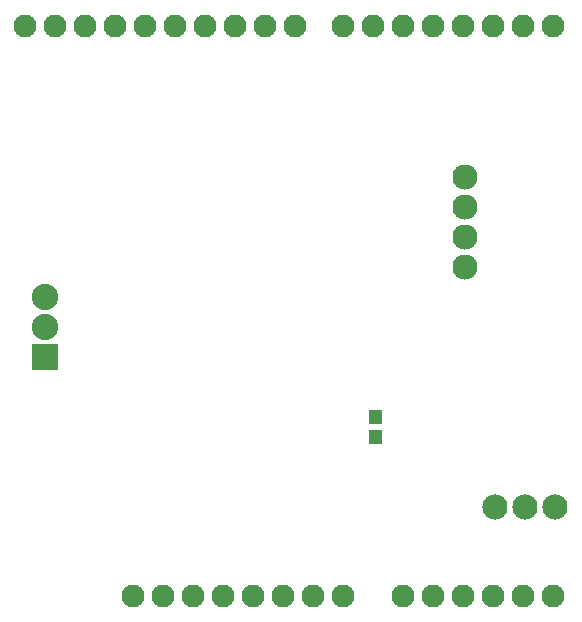
<source format=gts>
G04 MADE WITH FRITZING*
G04 WWW.FRITZING.ORG*
G04 DOUBLE SIDED*
G04 HOLES PLATED*
G04 CONTOUR ON CENTER OF CONTOUR VECTOR*
%ASAXBY*%
%FSLAX23Y23*%
%MOIN*%
%OFA0B0*%
%SFA1.0B1.0*%
%ADD10C,0.084000*%
%ADD11C,0.083889*%
%ADD12C,0.088000*%
%ADD13C,0.076194*%
%ADD14C,0.076222*%
%ADD15R,0.088000X0.088000*%
%ADD16C,0.010000*%
%LNMASK1*%
G90*
G70*
G54D10*
X2321Y385D03*
X2421Y385D03*
X2521Y385D03*
G54D11*
X2221Y1186D03*
X2221Y1285D03*
X2221Y1385D03*
X2221Y1485D03*
G54D12*
X821Y885D03*
X821Y985D03*
X821Y1085D03*
G54D13*
X2114Y90D03*
X2214Y90D03*
X2314Y90D03*
X2414Y90D03*
X2514Y90D03*
G54D14*
X1654Y1990D03*
X1554Y1990D03*
X1454Y1990D03*
X1354Y1990D03*
X1254Y1990D03*
X1154Y1990D03*
X1054Y1990D03*
X954Y1990D03*
X854Y1990D03*
X754Y1990D03*
X2514Y1990D03*
X2414Y1990D03*
X2314Y1990D03*
X2214Y1990D03*
X2114Y1990D03*
X2014Y1990D03*
X1914Y1990D03*
X1814Y1990D03*
G54D13*
X1214Y90D03*
X1114Y90D03*
X1314Y90D03*
X1414Y90D03*
X1514Y90D03*
X1614Y90D03*
X1714Y90D03*
X1814Y90D03*
X2014Y90D03*
G54D15*
X821Y885D03*
G54D16*
G36*
X1943Y662D02*
X1900Y662D01*
X1900Y709D01*
X1943Y709D01*
X1943Y662D01*
G37*
D02*
G36*
X1943Y595D02*
X1900Y595D01*
X1900Y642D01*
X1943Y642D01*
X1943Y595D01*
G37*
D02*
G04 End of Mask1*
M02*
</source>
